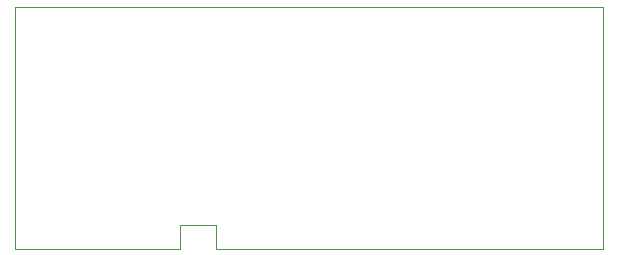
<source format=gbr>
G04 #@! TF.GenerationSoftware,KiCad,Pcbnew,5.1.5+dfsg1-2build2*
G04 #@! TF.CreationDate,2022-11-08T07:02:07+00:00*
G04 #@! TF.ProjectId,link-up-serial,6c696e6b-2d75-4702-9d73-657269616c2e,rev?*
G04 #@! TF.SameCoordinates,Original*
G04 #@! TF.FileFunction,Profile,NP*
%FSLAX46Y46*%
G04 Gerber Fmt 4.6, Leading zero omitted, Abs format (unit mm)*
G04 Created by KiCad (PCBNEW 5.1.5+dfsg1-2build2) date 2022-11-08 07:02:07*
%MOMM*%
%LPD*%
G04 APERTURE LIST*
%ADD10C,0.050000*%
G04 APERTURE END LIST*
D10*
X99880000Y-122800000D02*
X99880000Y-120800000D01*
X99880000Y-120800000D02*
X96880000Y-120800000D01*
X132680000Y-122800000D02*
X99880000Y-122800000D01*
X132680000Y-122800000D02*
X132680000Y-102300000D01*
X82880000Y-102300000D02*
X82880000Y-122800000D01*
X132380000Y-102300000D02*
X82880000Y-102300000D01*
X96880000Y-122800000D02*
X82880000Y-122800000D01*
X96880000Y-120800000D02*
X96880000Y-122800000D01*
X132680000Y-102300000D02*
X132380000Y-102300000D01*
M02*

</source>
